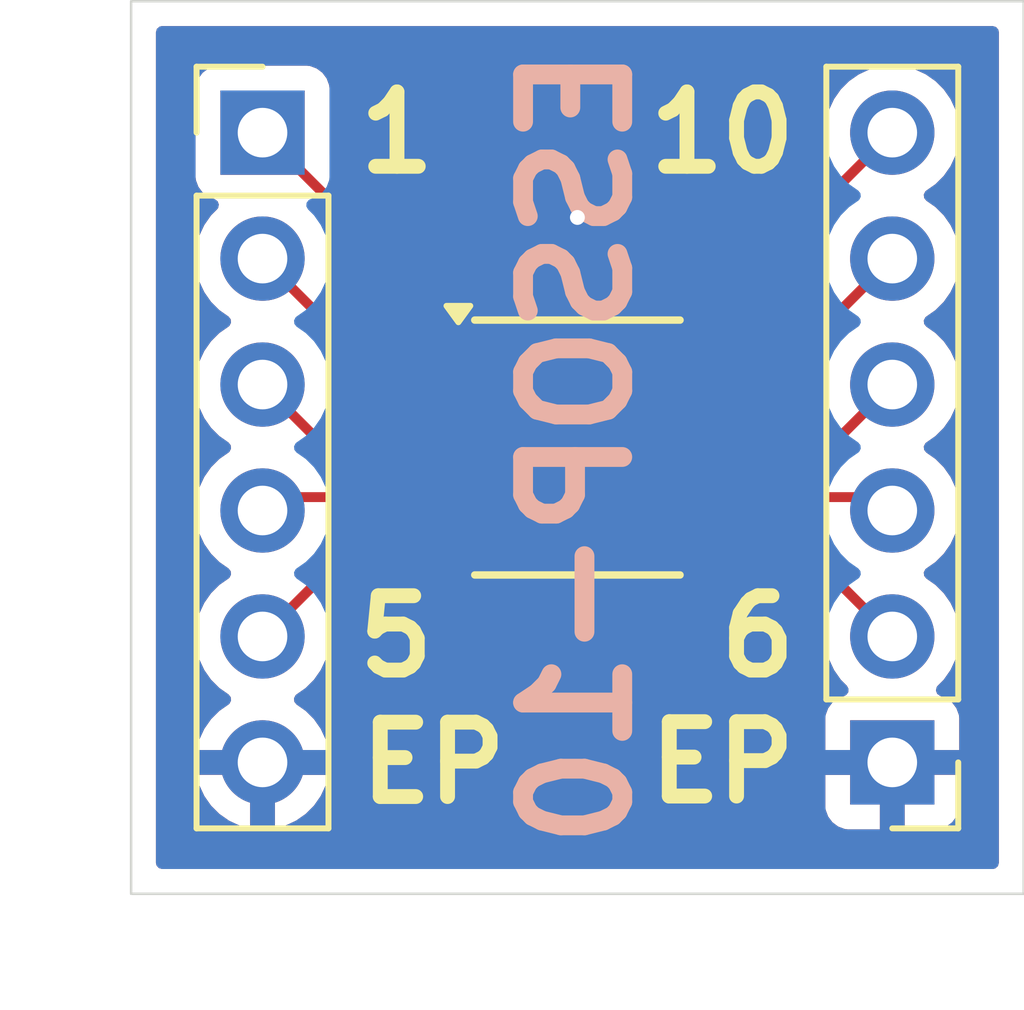
<source format=kicad_pcb>
(kicad_pcb (version 20240108) (generator "pcbnew") (generator_version "8.0")
  (layers (0 "F.Cu" signal) (31 "B.Cu" signal) (34 "B.Paste" user) (35 "F.Paste" user) (36 "B.SilkS" user "B.Silkscreen") (37 "F.SilkS" user "F.Silkscreen") (38 "B.Mask" user) (39 "F.Mask" user) (44 "Edge.Cuts" user))
  (net 0 "")
  (net 1 "/GND")
  (net 2 "Net-(J5-Pin_4)")
  (net 3 "/PIN2")
  (net 4 "Net-(J5-Pin_1)")
  (net 5 "Net-(J5-Pin_5)")
  (net 6 "/PIN3")
  (net 7 "Net-(J6-Pin_5)")
  (net 8 "/PIN8")
  (net 9 "/PIN7")
  (net 10 "/PIN6")
  (net 11 "Net-(J6-Pin_6)")
  (footprint "Connector_PinHeader_2.54mm:PinHeader_1x06_P2.54mm_Vertical" (layer "F.Cu") (at 52.65 52.65)
    (property "Reference" "J5" (hide yes))
    (property "Value" "essop_10_left")
    (fp_line (start -1.33 -1.33) (end 0 -1.33) (stroke (width 0.12)) (layer "F.SilkS"))
    (fp_line (start -1.33 0) (end -1.33 -1.33) (stroke (width 0.12)) (layer "F.SilkS"))
    (fp_line (start -1.33 1.27) (end -1.33 14.03) (stroke (width 0.12)) (layer "F.SilkS"))
    (fp_line (start -1.33 1.27) (end 1.33 1.27) (stroke (width 0.12)) (layer "F.SilkS"))
    (fp_line (start -1.33 14.03) (end 1.33 14.03) (stroke (width 0.12)) (layer "F.SilkS"))
    (fp_line (start 1.33 1.27) (end 1.33 14.03) (stroke (width 0.12)) (layer "F.SilkS"))
    (pad "1" thru_hole rect (at 0 0) (size 1.7 1.7) (drill 1) (layers "*.Cu" "*.Mask") (net 4 "Net-(J5-Pin_1)"))
    (pad "2" thru_hole oval (at 0 2.54) (size 1.7 1.7) (drill 1) (layers "*.Cu" "*.Mask") (net 3 "/PIN2"))
    (pad "3" thru_hole oval (at 0 5.08) (size 1.7 1.7) (drill 1) (layers "*.Cu" "*.Mask") (net 6 "/PIN3"))
    (pad "4" thru_hole oval (at 0 7.62) (size 1.7 1.7) (drill 1) (layers "*.Cu" "*.Mask") (net 2 "Net-(J5-Pin_4)"))
    (pad "5" thru_hole oval (at 0 10.16) (size 1.7 1.7) (drill 1) (layers "*.Cu" "*.Mask") (net 5 "Net-(J5-Pin_5)"))
    (pad "6" thru_hole oval (at 0 12.7) (size 1.7 1.7) (drill 1) (layers "*.Cu" "*.Mask") (net 1 "/GND"))
  )
  (footprint "misc:ESSOP-10_EP_3.9x4.9mm_P1.00mm" (layer "F.Cu") (at 59 59)
    (property "Reference" "U3" (hide yes))
    (property "Value" "CH224K" (hide yes))
    (fp_line (start -2.07 -2.57) (end 2.07 -2.57) (stroke (width 0.15)) (layer "F.SilkS"))
    (fp_line (start -2.07 2.57) (end 2.07 2.57) (stroke (width 0.15)) (layer "F.SilkS"))
    (fp_poly (pts (xy -2.4 -2.526919) (xy -2.64 -2.856919) (xy -2.16 -2.856919) (xy -2.4 -2.526919)) (stroke (width 0.12)) (fill solid) (layer "F.SilkS"))
    (pad "0" smd rect (at 0 0 90) (size 3.2 2.3) (layers "F.Cu" "F.Paste" "F.Mask") (net 1 "/GND"))
    (pad "1" smd rect (at -2.55 -2) (size 1.1 0.51) (layers "F.Cu" "F.Paste" "F.Mask") (net 4 "Net-(J5-Pin_1)"))
    (pad "2" smd rect (at -2.55 -1) (size 1.1 0.51) (layers "F.Cu" "F.Paste" "F.Mask") (net 3 "/PIN2"))
    (pad "3" smd rect (at -2.55 0) (size 1.1 0.51) (layers "F.Cu" "F.Paste" "F.Mask") (net 6 "/PIN3"))
    (pad "4" smd rect (at -2.55 1) (size 1.1 0.51) (layers "F.Cu" "F.Paste" "F.Mask") (net 2 "Net-(J5-Pin_4)"))
    (pad "5" smd rect (at -2.55 2) (size 1.1 0.51) (layers "F.Cu" "F.Paste" "F.Mask") (net 5 "Net-(J5-Pin_5)"))
    (pad "6" smd rect (at 2.55 2) (size 1.1 0.51) (layers "F.Cu" "F.Paste" "F.Mask") (net 10 "/PIN6"))
    (pad "7" smd rect (at 2.55 1) (size 1.1 0.51) (layers "F.Cu" "F.Paste" "F.Mask") (net 9 "/PIN7"))
    (pad "8" smd rect (at 2.55 0) (size 1.1 0.51) (layers "F.Cu" "F.Paste" "F.Mask") (net 8 "/PIN8"))
    (pad "9" smd rect (at 2.55 -1) (size 1.1 0.51) (layers "F.Cu" "F.Paste" "F.Mask") (net 7 "Net-(J6-Pin_5)"))
    (pad "10" smd rect (at 2.55 -2) (size 1.1 0.51) (layers "F.Cu" "F.Paste" "F.Mask") (net 11 "Net-(J6-Pin_6)"))
  )
  (footprint "Connector_PinHeader_2.54mm:PinHeader_1x06_P2.54mm_Vertical" (layer "F.Cu") (at 65.35 65.35 180)
    (property "Reference" "J6" (hide yes))
    (property "Value" "essop_10_right" (hide yes))
    (fp_line (start 1.33 1.27) (end 1.33 14.03) (stroke (width 0.12)) (layer "F.SilkS"))
    (fp_line (start -1.33 14.03) (end 1.33 14.03) (stroke (width 0.12)) (layer "F.SilkS"))
    (fp_line (start -1.33 1.27) (end 1.33 1.27) (stroke (width 0.12)) (layer "F.SilkS"))
    (fp_line (start -1.33 1.27) (end -1.33 14.03) (stroke (width 0.12)) (layer "F.SilkS"))
    (fp_line (start -1.33 0) (end -1.33 -1.33) (stroke (width 0.12)) (layer "F.SilkS"))
    (fp_line (start -1.33 -1.33) (end 0 -1.33) (stroke (width 0.12)) (layer "F.SilkS"))
    (pad "1" thru_hole rect (at 0 0 180) (size 1.7 1.7) (drill 1) (layers "*.Cu" "*.Mask") (net 1 "/GND"))
    (pad "2" thru_hole oval (at 0 2.54 180) (size 1.7 1.7) (drill 1) (layers "*.Cu" "*.Mask") (net 10 "/PIN6"))
    (pad "3" thru_hole oval (at 0 5.08 180) (size 1.7 1.7) (drill 1) (layers "*.Cu" "*.Mask") (net 9 "/PIN7"))
    (pad "4" thru_hole oval (at 0 7.62 180) (size 1.7 1.7) (drill 1) (layers "*.Cu" "*.Mask") (net 8 "/PIN8"))
    (pad "5" thru_hole oval (at 0 10.16 180) (size 1.7 1.7) (drill 1) (layers "*.Cu" "*.Mask") (net 7 "Net-(J6-Pin_5)"))
    (pad "6" thru_hole oval (at 0 12.7 180) (size 1.7 1.7) (drill 1) (layers "*.Cu" "*.Mask") (net 11 "Net-(J6-Pin_6)"))
  )
  (gr_rect (start 50 50) (end 68 68) (stroke (width 0.05)) (fill none) (layer "Edge.Cuts"))
  (gr_text "ESSOP-10" (at 59 59 90) (layer "B.SilkS") (effects (font (size 2 2) (thickness 0.4) (bold yes)) (justify mirror)))
  (gr_text "EP" (at 63.55 65.35 0) (layer "F.SilkS") (effects (font (size 1.5 1.5) (thickness 0.3) (bold yes)) (justify right)))
  (gr_text "10" (at 63.55 52.65 0) (layer "F.SilkS") (effects (font (size 1.5 1.5) (thickness 0.3) (bold yes)) (justify right)))
  (gr_text "5" (at 54.43 62.81 0) (layer "F.SilkS") (effects (font (size 1.5 1.5) (thickness 0.3) (bold yes)) (justify left)))
  (gr_text "6" (at 63.55 62.81 0) (layer "F.SilkS") (effects (font (size 1.5 1.5) (thickness 0.3) (bold yes)) (justify right)))
  (gr_text "EP" (at 54.47 65.36 0) (layer "F.SilkS") (effects (font (size 1.5 1.5) (thickness 0.3) (bold yes)) (justify left)))
  (gr_text "1" (at 54.45 52.65 0) (layer "F.SilkS") (effects (font (size 1.5 1.5) (thickness 0.3) (bold yes)) (justify left)))
  (segment (start 63.55 65.35) (end 65.35 65.35) (width 0.5) (layer "F.Cu") (net 1))
  (segment (start 52.65 65.35) (end 54.45 65.35) (width 0.5) (layer "F.Cu") (net 1))
  (segment (start 59 61.48) (end 58.99 61.49) (width 0.2) (layer "F.Cu") (net 1))
  (segment (start 58.31 61.49) (end 59.69 61.49) (width 0.5) (layer "F.Cu") (net 1))
  (segment (start 59 59) (end 59 54.36) (width 0.5) (layer "F.Cu") (net 1))
  (segment (start 59.69 61.49) (end 63.55 65.35) (width 0.5) (layer "F.Cu") (net 1))
  (segment (start 59 59) (end 59 61.48) (width 0.5) (layer "F.Cu") (net 1))
  (segment (start 54.45 65.35) (end 58.31 61.49) (width 0.5) (layer "F.Cu") (net 1))
  (via (at 59 54.36) (size 0.6) (drill 0.3) (layers "F.Cu" "B.Cu") (net 1))
  (segment (start 59.01 54.37) (end 59 54.38) (width 0.2) (layer "B.Cu") (net 1))
  (segment (start 59.02 60.75) (end 63.62 65.35) (width 0.5) (layer "B.Cu") (net 1))
  (segment (start 59 54.38) (end 59 59) (width 0.5) (layer "B.Cu") (net 1))
  (segment (start 54.33 65.35) (end 52.65 65.35) (width 0.5) (layer "B.Cu") (net 1))
  (segment (start 63.62 65.35) (end 65.35 65.35) (width 0.5) (layer "B.Cu") (net 1))
  (segment (start 59.02 60.66) (end 54.33 65.35) (width 0.5) (layer "B.Cu") (net 1))
  (segment (start 59.02 59.02) (end 59.02 60.75) (width 0.5) (layer "B.Cu") (net 1))
  (segment (start 59.02 59.02) (end 59.02 60.66) (width 0.2) (layer "B.Cu") (net 1))
  (segment (start 59 59) (end 59.02 59.02) (width 0.2) (layer "B.Cu") (net 1))
  (segment (start 56.45 60) (end 52.92 60) (width 0.2) (layer "F.Cu") (net 2))
  (segment (start 52.92 60) (end 52.65 60.27) (width 0.2) (layer "F.Cu") (net 2))
  (segment (start 55.46 58) (end 52.65 55.19) (width 0.2) (layer "F.Cu") (net 3))
  (segment (start 56.45 58) (end 55.46 58) (width 0.2) (layer "F.Cu") (net 3))
  (segment (start 56.45 56.45) (end 52.65 52.65) (width 0.2) (layer "F.Cu") (net 4))
  (segment (start 56.45 57) (end 56.45 56.45) (width 0.2) (layer "F.Cu") (net 4))
  (segment (start 56.45 61) (end 54.46 61) (width 0.2) (layer "F.Cu") (net 5))
  (segment (start 54.46 61) (end 52.65 62.81) (width 0.2) (layer "F.Cu") (net 5))
  (segment (start 53.92 59) (end 52.65 57.73) (width 0.2) (layer "F.Cu") (net 6))
  (segment (start 56.45 59) (end 53.92 59) (width 0.2) (layer "F.Cu") (net 6))
  (segment (start 61.55 58) (end 62.54 58) (width 0.2) (layer "F.Cu") (net 7))
  (segment (start 62.54 58) (end 65.35 55.19) (width 0.2) (layer "F.Cu") (net 7))
  (segment (start 61.55 59) (end 64.08 59) (width 0.2) (layer "F.Cu") (net 8))
  (segment (start 64.08 59) (end 65.35 57.73) (width 0.2) (layer "F.Cu") (net 8))
  (segment (start 61.55 60) (end 65.08 60) (width 0.2) (layer "F.Cu") (net 9))
  (segment (start 65.08 60) (end 65.35 60.27) (width 0.2) (layer "F.Cu") (net 9))
  (segment (start 61.55 61) (end 63.54 61) (width 0.2) (layer "F.Cu") (net 10))
  (segment (start 63.54 61) (end 65.35 62.81) (width 0.2) (layer "F.Cu") (net 10))
  (segment (start 61.55 57) (end 61.55 56.45) (width 0.2) (layer "F.Cu") (net 11))
  (segment (start 61.55 56.45) (end 65.35 52.65) (width 0.2) (layer "F.Cu") (net 11))
  (zone (net 1) (net_name "/GND") (layers "F&B.Cu") (connect_pads (clearance 0.5)) (min_thickness 0.25) (fill yes (thermal_gap 0.5) (thermal_bridge_width 0.5))
    (polygon (pts (xy 50 50) (xy 68 50) (xy 68 68) (xy 50 68)))
  )
)
</source>
